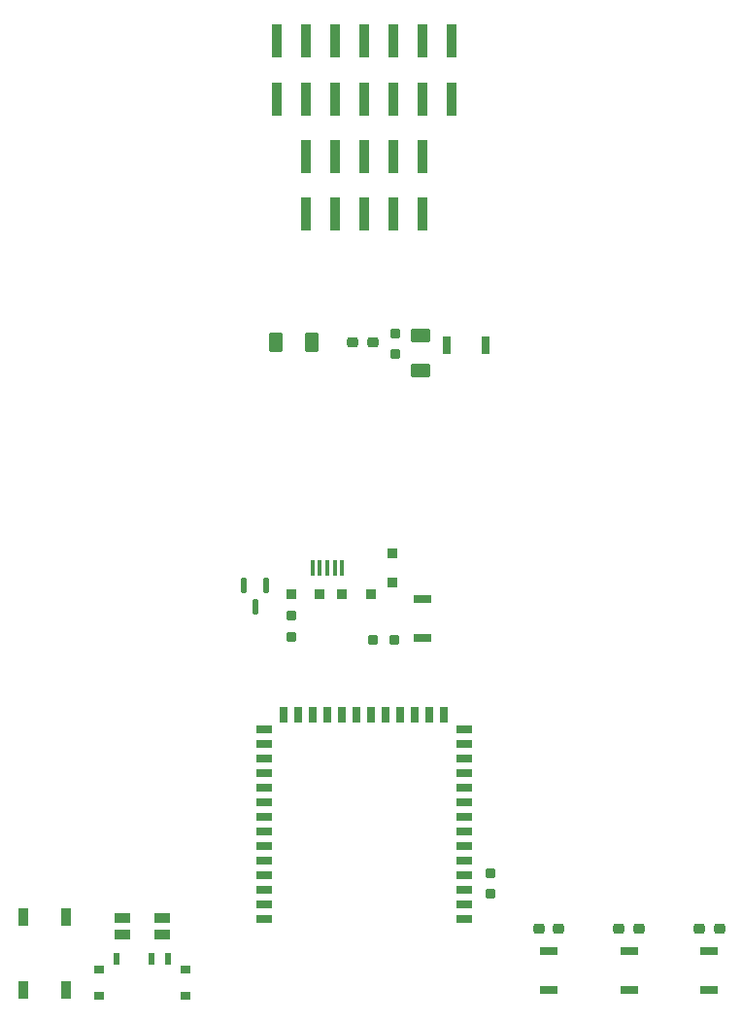
<source format=gbr>
%TF.GenerationSoftware,KiCad,Pcbnew,9.0.5*%
%TF.CreationDate,2026-01-12T16:44:52+01:00*%
%TF.ProjectId,ZumoComSystem,5a756d6f-436f-46d5-9379-7374656d2e6b,V1.2*%
%TF.SameCoordinates,Original*%
%TF.FileFunction,Paste,Top*%
%TF.FilePolarity,Positive*%
%FSLAX45Y45*%
G04 Gerber Fmt 4.5, Leading zero omitted, Abs format (unit mm)*
G04 Created by KiCad (PCBNEW 9.0.5) date 2026-01-12 16:44:52*
%MOMM*%
%LPD*%
G01*
G04 APERTURE LIST*
G04 Aperture macros list*
%AMRoundRect*
0 Rectangle with rounded corners*
0 $1 Rounding radius*
0 $2 $3 $4 $5 $6 $7 $8 $9 X,Y pos of 4 corners*
0 Add a 4 corners polygon primitive as box body*
4,1,4,$2,$3,$4,$5,$6,$7,$8,$9,$2,$3,0*
0 Add four circle primitives for the rounded corners*
1,1,$1+$1,$2,$3*
1,1,$1+$1,$4,$5*
1,1,$1+$1,$6,$7*
1,1,$1+$1,$8,$9*
0 Add four rect primitives between the rounded corners*
20,1,$1+$1,$2,$3,$4,$5,0*
20,1,$1+$1,$4,$5,$6,$7,0*
20,1,$1+$1,$6,$7,$8,$9,0*
20,1,$1+$1,$8,$9,$2,$3,0*%
G04 Aperture macros list end*
%ADD10R,0.900000X2.900000*%
%ADD11RoundRect,0.125000X-0.125000X0.562500X-0.125000X-0.562500X0.125000X-0.562500X0.125000X0.562500X0*%
%ADD12R,0.900000X1.600000*%
%ADD13R,1.400000X0.900000*%
%ADD14R,0.350000X1.400000*%
%ADD15R,1.600000X0.800000*%
%ADD16RoundRect,0.231132X0.618868X-0.381368X0.618868X0.381368X-0.618868X0.381368X-0.618868X-0.381368X0*%
%ADD17RoundRect,0.231132X0.381368X0.618868X-0.381368X0.618868X-0.381368X-0.618868X0.381368X-0.618868X0*%
%ADD18RoundRect,0.212500X0.212500X-0.225000X0.212500X0.225000X-0.212500X0.225000X-0.212500X-0.225000X0*%
%ADD19RoundRect,0.225000X-0.225000X-0.225000X0.225000X-0.225000X0.225000X0.225000X-0.225000X0.225000X0*%
%ADD20RoundRect,0.225000X0.225000X-0.225000X0.225000X0.225000X-0.225000X0.225000X-0.225000X-0.225000X0*%
%ADD21RoundRect,0.212500X0.262500X0.212500X-0.262500X0.212500X-0.262500X-0.212500X0.262500X-0.212500X0*%
%ADD22RoundRect,0.212500X-0.212500X0.225000X-0.212500X-0.225000X0.212500X-0.225000X0.212500X0.225000X0*%
%ADD23RoundRect,0.225000X0.225000X0.225000X-0.225000X0.225000X-0.225000X-0.225000X0.225000X-0.225000X0*%
%ADD24RoundRect,0.212500X-0.262500X-0.212500X0.262500X-0.212500X0.262500X0.212500X-0.262500X0.212500X0*%
%ADD25RoundRect,0.212500X0.225000X0.212500X-0.225000X0.212500X-0.225000X-0.212500X0.225000X-0.212500X0*%
%ADD26R,1.400000X0.800000*%
%ADD27R,0.800000X1.400000*%
%ADD28R,0.800000X1.600000*%
%ADD29R,0.600000X1.000000*%
%ADD30R,0.900000X0.700000*%
G04 APERTURE END LIST*
D10*
%TO.C,J8*%
X14192000Y-7048000D03*
X14192000Y-7552000D03*
X14446000Y-7048000D03*
X14446000Y-7552000D03*
X14700000Y-7048000D03*
X14700000Y-7552000D03*
X14954000Y-7048000D03*
X14954000Y-7552000D03*
X15208000Y-7048000D03*
X15208000Y-7552000D03*
%TD*%
D11*
%TO.C,Q6*%
X13750000Y-10967750D03*
X13655000Y-10780250D03*
X13845000Y-10780250D03*
%TD*%
D10*
%TO.C,J5*%
X13938000Y-6043000D03*
X13938000Y-6547000D03*
X14192000Y-6043000D03*
X14192000Y-6547000D03*
X14446000Y-6043000D03*
X14446000Y-6547000D03*
X14700000Y-6043000D03*
X14700000Y-6547000D03*
X14954000Y-6043000D03*
X14954000Y-6547000D03*
X15208000Y-6043000D03*
X15208000Y-6547000D03*
X15462000Y-6043000D03*
X15462000Y-6547000D03*
%TD*%
D12*
%TO.C,SW1*%
X11725000Y-14302500D03*
X11725000Y-13672500D03*
X12105000Y-14302500D03*
X12105000Y-13672500D03*
%TD*%
D13*
%TO.C,D1*%
X12592500Y-13680000D03*
X12592500Y-13820000D03*
X12942500Y-13820000D03*
X12942500Y-13680000D03*
%TD*%
D14*
%TO.C,J7*%
X14510000Y-10627500D03*
X14445000Y-10627500D03*
X14380000Y-10627500D03*
X14315000Y-10627500D03*
X14250000Y-10627500D03*
%TD*%
D15*
%TO.C,SW3*%
X17010000Y-14310000D03*
X17010000Y-13970000D03*
%TD*%
D16*
%TO.C,C5*%
X15190000Y-8916250D03*
X15190000Y-8603750D03*
%TD*%
D17*
%TO.C,C2*%
X14246250Y-8670000D03*
X13933750Y-8670000D03*
%TD*%
D18*
%TO.C,R1*%
X15800000Y-13471250D03*
X15800000Y-13288750D03*
%TD*%
D19*
%TO.C,D13*%
X14507500Y-10860000D03*
X14757500Y-10860000D03*
%TD*%
D15*
%TO.C,SW2*%
X16310000Y-14310000D03*
X16310000Y-13970000D03*
%TD*%
D20*
%TO.C,D11*%
X14950000Y-10755000D03*
X14950000Y-10505000D03*
%TD*%
D15*
%TO.C,SW7*%
X15210000Y-10900000D03*
X15210000Y-11240000D03*
%TD*%
D21*
%TO.C,D4*%
X17797500Y-13770000D03*
X17622500Y-13770000D03*
%TD*%
D22*
%TO.C,R27*%
X14070000Y-11048750D03*
X14070000Y-11231250D03*
%TD*%
D23*
%TO.C,D12*%
X14315000Y-10860000D03*
X14065000Y-10860000D03*
%TD*%
D24*
%TO.C,D9*%
X14602500Y-8670000D03*
X14777500Y-8670000D03*
%TD*%
D25*
%TO.C,R30*%
X14961250Y-11254000D03*
X14778750Y-11254000D03*
%TD*%
D21*
%TO.C,D2*%
X16397500Y-13770000D03*
X16222500Y-13770000D03*
%TD*%
D26*
%TO.C,U1*%
X15575000Y-13685000D03*
X15575000Y-13558000D03*
X15575000Y-13431000D03*
X15575000Y-13304000D03*
X15575000Y-13177000D03*
X15575000Y-13050000D03*
X15575000Y-12923000D03*
X15575000Y-12796000D03*
X15575000Y-12669000D03*
X15575000Y-12542000D03*
X15575000Y-12415000D03*
X15575000Y-12288000D03*
X15575000Y-12161000D03*
X15575000Y-12034000D03*
D27*
X15398500Y-11909000D03*
X15271500Y-11909000D03*
X15144500Y-11909000D03*
X15017500Y-11909000D03*
X14890500Y-11909000D03*
X14763500Y-11909000D03*
X14636500Y-11909000D03*
X14509500Y-11909000D03*
X14382500Y-11909000D03*
X14255500Y-11909000D03*
X14128500Y-11909000D03*
X14001500Y-11909000D03*
D26*
X13825000Y-12034000D03*
X13825000Y-12161000D03*
X13825000Y-12288000D03*
X13825000Y-12415000D03*
X13825000Y-12542000D03*
X13825000Y-12669000D03*
X13825000Y-12796000D03*
X13825000Y-12923000D03*
X13825000Y-13050000D03*
X13825000Y-13177000D03*
X13825000Y-13304000D03*
X13825000Y-13431000D03*
X13825000Y-13558000D03*
X13825000Y-13685000D03*
%TD*%
D28*
%TO.C,SW5*%
X15760000Y-8690000D03*
X15420000Y-8690000D03*
%TD*%
D21*
%TO.C,D3*%
X17097500Y-13770000D03*
X16922500Y-13770000D03*
%TD*%
D18*
%TO.C,R18*%
X14970000Y-8771250D03*
X14970000Y-8588750D03*
%TD*%
D15*
%TO.C,SW4*%
X17710000Y-14310000D03*
X17710000Y-13970000D03*
%TD*%
D29*
%TO.C,SW6*%
X12542500Y-14035000D03*
X12842500Y-14035000D03*
X12992500Y-14035000D03*
D30*
X12392500Y-14125000D03*
X13142500Y-14125000D03*
X12392500Y-14355000D03*
X13142500Y-14355000D03*
%TD*%
M02*

</source>
